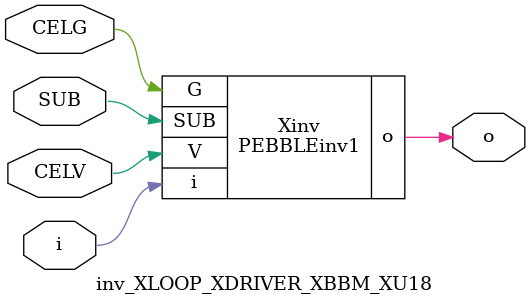
<source format=v>



module PEBBLEinv1 ( o, G, SUB, V, i );

  input V;
  input i;
  input G;
  output o;
  input SUB;
endmodule

//Celera Confidential Do Not Copy inv_XLOOP_XDRIVER_XBBM_XU18
//Celera Confidential Symbol Generator
//5V Inverter
module inv_XLOOP_XDRIVER_XBBM_XU18 (CELV,CELG,i,o,SUB);
input CELV;
input CELG;
input i;
input SUB;
output o;

//Celera Confidential Do Not Copy inv
PEBBLEinv1 Xinv(
.V (CELV),
.i (i),
.o (o),
.SUB (SUB),
.G (CELG)
);
//,diesize,PEBBLEinv1

//Celera Confidential Do Not Copy Module End
//Celera Schematic Generator
endmodule

</source>
